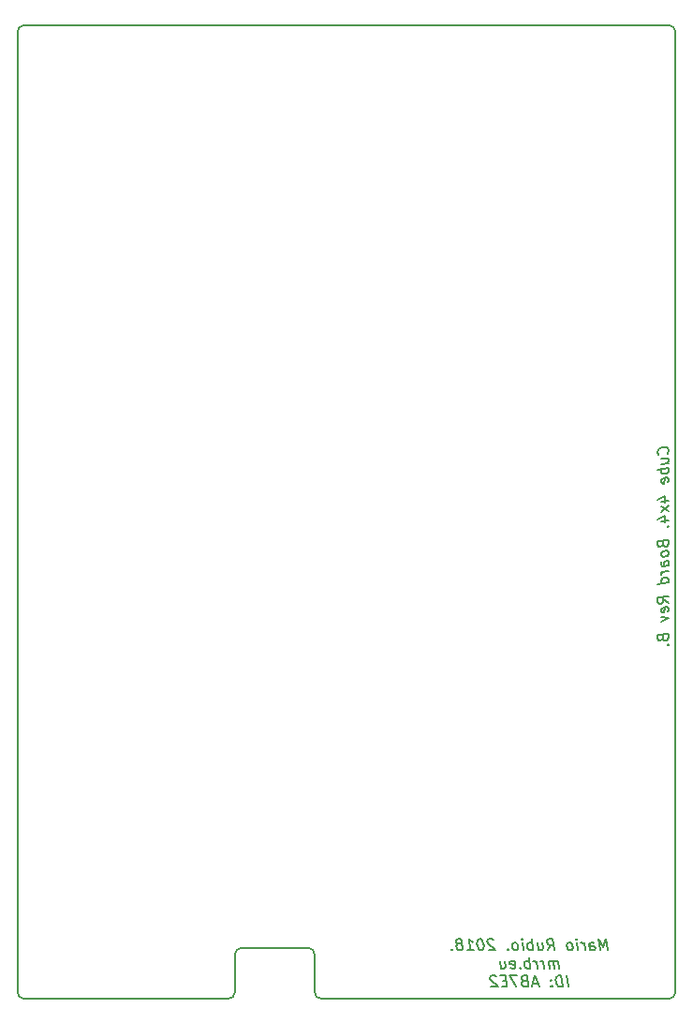
<source format=gbr>
%TF.GenerationSoftware,KiCad,Pcbnew,5.0.0*%
%TF.CreationDate,2018-08-31T22:22:52+02:00*%
%TF.ProjectId,cube,637562652E6B696361645F7063620000,B*%
%TF.SameCoordinates,Original*%
%TF.FileFunction,Legend,Bot*%
%TF.FilePolarity,Positive*%
%FSLAX46Y46*%
G04 Gerber Fmt 4.6, Leading zero omitted, Abs format (unit mm)*
G04 Created by KiCad (PCBNEW 5.0.0) date Fri Aug 31 22:22:52 2018*
%MOMM*%
%LPD*%
G01*
G04 APERTURE LIST*
%ADD10C,0.150000*%
G04 APERTURE END LIST*
D10*
X116181142Y-103060776D02*
X116228761Y-103007205D01*
X116276380Y-102858395D01*
X116276380Y-102763157D01*
X116228761Y-102626252D01*
X116133523Y-102542919D01*
X116038285Y-102507205D01*
X115847809Y-102483395D01*
X115704952Y-102501252D01*
X115514476Y-102572681D01*
X115419238Y-102632205D01*
X115324000Y-102739348D01*
X115276380Y-102888157D01*
X115276380Y-102983395D01*
X115324000Y-103120300D01*
X115371619Y-103161967D01*
X115609714Y-103989348D02*
X116276380Y-103906014D01*
X115609714Y-103560776D02*
X116133523Y-103495300D01*
X116228761Y-103531014D01*
X116276380Y-103620300D01*
X116276380Y-103763157D01*
X116228761Y-103864348D01*
X116181142Y-103917919D01*
X116276380Y-104382205D02*
X115276380Y-104507205D01*
X115657333Y-104459586D02*
X115609714Y-104560776D01*
X115609714Y-104751252D01*
X115657333Y-104840538D01*
X115704952Y-104882205D01*
X115800190Y-104917919D01*
X116085904Y-104882205D01*
X116181142Y-104822681D01*
X116228761Y-104769110D01*
X116276380Y-104667919D01*
X116276380Y-104477443D01*
X116228761Y-104388157D01*
X116228761Y-105673872D02*
X116276380Y-105572681D01*
X116276380Y-105382205D01*
X116228761Y-105292919D01*
X116133523Y-105257205D01*
X115752571Y-105304824D01*
X115657333Y-105364348D01*
X115609714Y-105465538D01*
X115609714Y-105656014D01*
X115657333Y-105745300D01*
X115752571Y-105781014D01*
X115847809Y-105769110D01*
X115943047Y-105281014D01*
X115609714Y-107417919D02*
X116276380Y-107334586D01*
X115228761Y-107227443D02*
X115943047Y-106900062D01*
X115943047Y-107519110D01*
X116276380Y-107763157D02*
X115609714Y-108370300D01*
X115609714Y-107846491D02*
X116276380Y-108286967D01*
X115609714Y-109179824D02*
X116276380Y-109096491D01*
X115228761Y-108989348D02*
X115943047Y-108661967D01*
X115943047Y-109281014D01*
X116181142Y-109632205D02*
X116228761Y-109673872D01*
X116276380Y-109620300D01*
X116228761Y-109578633D01*
X116181142Y-109632205D01*
X116276380Y-109620300D01*
X115752571Y-111257205D02*
X115800190Y-111394110D01*
X115847809Y-111435776D01*
X115943047Y-111471491D01*
X116085904Y-111453633D01*
X116181142Y-111394110D01*
X116228761Y-111340538D01*
X116276380Y-111239348D01*
X116276380Y-110858395D01*
X115276380Y-110983395D01*
X115276380Y-111316729D01*
X115324000Y-111406014D01*
X115371619Y-111447681D01*
X115466857Y-111483395D01*
X115562095Y-111471491D01*
X115657333Y-111411967D01*
X115704952Y-111358395D01*
X115752571Y-111257205D01*
X115752571Y-110923872D01*
X116276380Y-112001252D02*
X116228761Y-111911967D01*
X116181142Y-111870300D01*
X116085904Y-111834586D01*
X115800190Y-111870300D01*
X115704952Y-111929824D01*
X115657333Y-111983395D01*
X115609714Y-112084586D01*
X115609714Y-112227443D01*
X115657333Y-112316729D01*
X115704952Y-112358395D01*
X115800190Y-112394110D01*
X116085904Y-112358395D01*
X116181142Y-112298872D01*
X116228761Y-112245300D01*
X116276380Y-112144110D01*
X116276380Y-112001252D01*
X116276380Y-113191729D02*
X115752571Y-113257205D01*
X115657333Y-113221491D01*
X115609714Y-113132205D01*
X115609714Y-112941729D01*
X115657333Y-112840538D01*
X116228761Y-113197681D02*
X116276380Y-113096491D01*
X116276380Y-112858395D01*
X116228761Y-112769110D01*
X116133523Y-112733395D01*
X116038285Y-112745300D01*
X115943047Y-112804824D01*
X115895428Y-112906014D01*
X115895428Y-113144110D01*
X115847809Y-113245300D01*
X116276380Y-113667919D02*
X115609714Y-113751252D01*
X115800190Y-113727443D02*
X115704952Y-113786967D01*
X115657333Y-113840538D01*
X115609714Y-113941729D01*
X115609714Y-114036967D01*
X116276380Y-114715538D02*
X115276380Y-114840538D01*
X116228761Y-114721491D02*
X116276380Y-114620300D01*
X116276380Y-114429824D01*
X116228761Y-114340538D01*
X116181142Y-114298872D01*
X116085904Y-114263157D01*
X115800190Y-114298872D01*
X115704952Y-114358395D01*
X115657333Y-114411967D01*
X115609714Y-114513157D01*
X115609714Y-114703633D01*
X115657333Y-114792919D01*
X116276380Y-116525062D02*
X115800190Y-116251252D01*
X116276380Y-115953633D02*
X115276380Y-116078633D01*
X115276380Y-116459586D01*
X115324000Y-116548872D01*
X115371619Y-116590538D01*
X115466857Y-116626252D01*
X115609714Y-116608395D01*
X115704952Y-116548872D01*
X115752571Y-116495300D01*
X115800190Y-116394110D01*
X115800190Y-116013157D01*
X116228761Y-117340538D02*
X116276380Y-117239348D01*
X116276380Y-117048872D01*
X116228761Y-116959586D01*
X116133523Y-116923872D01*
X115752571Y-116971491D01*
X115657333Y-117031014D01*
X115609714Y-117132205D01*
X115609714Y-117322681D01*
X115657333Y-117411967D01*
X115752571Y-117447681D01*
X115847809Y-117435776D01*
X115943047Y-116947681D01*
X115609714Y-117798872D02*
X116276380Y-117953633D01*
X115609714Y-118275062D01*
X115752571Y-119733395D02*
X115800190Y-119870300D01*
X115847809Y-119911967D01*
X115943047Y-119947681D01*
X116085904Y-119929824D01*
X116181142Y-119870300D01*
X116228761Y-119816729D01*
X116276380Y-119715538D01*
X116276380Y-119334586D01*
X115276380Y-119459586D01*
X115276380Y-119792919D01*
X115324000Y-119882205D01*
X115371619Y-119923872D01*
X115466857Y-119959586D01*
X115562095Y-119947681D01*
X115657333Y-119888157D01*
X115704952Y-119834586D01*
X115752571Y-119733395D01*
X115752571Y-119400062D01*
X116181142Y-120346491D02*
X116228761Y-120388157D01*
X116276380Y-120334586D01*
X116228761Y-120292919D01*
X116181142Y-120346491D01*
X116276380Y-120334586D01*
X110755794Y-147900380D02*
X110630794Y-146900380D01*
X110386747Y-147614666D01*
X109964127Y-146900380D01*
X110089127Y-147900380D01*
X109184366Y-147900380D02*
X109118889Y-147376571D01*
X109154604Y-147281333D01*
X109243889Y-147233714D01*
X109434366Y-147233714D01*
X109535556Y-147281333D01*
X109178413Y-147852761D02*
X109279604Y-147900380D01*
X109517699Y-147900380D01*
X109606985Y-147852761D01*
X109642699Y-147757523D01*
X109630794Y-147662285D01*
X109571270Y-147567047D01*
X109470080Y-147519428D01*
X109231985Y-147519428D01*
X109130794Y-147471809D01*
X108708175Y-147900380D02*
X108624842Y-147233714D01*
X108648651Y-147424190D02*
X108589127Y-147328952D01*
X108535556Y-147281333D01*
X108434366Y-147233714D01*
X108339127Y-147233714D01*
X108089127Y-147900380D02*
X108005794Y-147233714D01*
X107964127Y-146900380D02*
X108017699Y-146948000D01*
X107976032Y-146995619D01*
X107922461Y-146948000D01*
X107964127Y-146900380D01*
X107976032Y-146995619D01*
X107470080Y-147900380D02*
X107559366Y-147852761D01*
X107601032Y-147805142D01*
X107636747Y-147709904D01*
X107601032Y-147424190D01*
X107541508Y-147328952D01*
X107487937Y-147281333D01*
X107386747Y-147233714D01*
X107243889Y-147233714D01*
X107154604Y-147281333D01*
X107112937Y-147328952D01*
X107077223Y-147424190D01*
X107112937Y-147709904D01*
X107172461Y-147805142D01*
X107226032Y-147852761D01*
X107327223Y-147900380D01*
X107470080Y-147900380D01*
X105374842Y-147900380D02*
X105648651Y-147424190D01*
X105946270Y-147900380D02*
X105821270Y-146900380D01*
X105440318Y-146900380D01*
X105351032Y-146948000D01*
X105309366Y-146995619D01*
X105273651Y-147090857D01*
X105291508Y-147233714D01*
X105351032Y-147328952D01*
X105404604Y-147376571D01*
X105505794Y-147424190D01*
X105886747Y-147424190D01*
X104434366Y-147233714D02*
X104517699Y-147900380D01*
X104862937Y-147233714D02*
X104928413Y-147757523D01*
X104892699Y-147852761D01*
X104803413Y-147900380D01*
X104660556Y-147900380D01*
X104559366Y-147852761D01*
X104505794Y-147805142D01*
X104041508Y-147900380D02*
X103916508Y-146900380D01*
X103964127Y-147281333D02*
X103862937Y-147233714D01*
X103672461Y-147233714D01*
X103583175Y-147281333D01*
X103541508Y-147328952D01*
X103505794Y-147424190D01*
X103541508Y-147709904D01*
X103601032Y-147805142D01*
X103654604Y-147852761D01*
X103755794Y-147900380D01*
X103946270Y-147900380D01*
X104035556Y-147852761D01*
X103136747Y-147900380D02*
X103053413Y-147233714D01*
X103011747Y-146900380D02*
X103065318Y-146948000D01*
X103023651Y-146995619D01*
X102970080Y-146948000D01*
X103011747Y-146900380D01*
X103023651Y-146995619D01*
X102517699Y-147900380D02*
X102606985Y-147852761D01*
X102648651Y-147805142D01*
X102684366Y-147709904D01*
X102648651Y-147424190D01*
X102589127Y-147328952D01*
X102535556Y-147281333D01*
X102434366Y-147233714D01*
X102291508Y-147233714D01*
X102202223Y-147281333D01*
X102160556Y-147328952D01*
X102124842Y-147424190D01*
X102160556Y-147709904D01*
X102220080Y-147805142D01*
X102273651Y-147852761D01*
X102374842Y-147900380D01*
X102517699Y-147900380D01*
X101743889Y-147805142D02*
X101702223Y-147852761D01*
X101755794Y-147900380D01*
X101797461Y-147852761D01*
X101743889Y-147805142D01*
X101755794Y-147900380D01*
X100452223Y-146995619D02*
X100398651Y-146948000D01*
X100297461Y-146900380D01*
X100059366Y-146900380D01*
X99970080Y-146948000D01*
X99928413Y-146995619D01*
X99892699Y-147090857D01*
X99904604Y-147186095D01*
X99970080Y-147328952D01*
X100612937Y-147900380D01*
X99993889Y-147900380D01*
X99249842Y-146900380D02*
X99154604Y-146900380D01*
X99065318Y-146948000D01*
X99023651Y-146995619D01*
X98987937Y-147090857D01*
X98964127Y-147281333D01*
X98993889Y-147519428D01*
X99065318Y-147709904D01*
X99124842Y-147805142D01*
X99178413Y-147852761D01*
X99279604Y-147900380D01*
X99374842Y-147900380D01*
X99464127Y-147852761D01*
X99505794Y-147805142D01*
X99541508Y-147709904D01*
X99565318Y-147519428D01*
X99535556Y-147281333D01*
X99464127Y-147090857D01*
X99404604Y-146995619D01*
X99351032Y-146948000D01*
X99249842Y-146900380D01*
X98089127Y-147900380D02*
X98660556Y-147900380D01*
X98374842Y-147900380D02*
X98249842Y-146900380D01*
X98362937Y-147043238D01*
X98470080Y-147138476D01*
X98571270Y-147186095D01*
X97446270Y-147328952D02*
X97535556Y-147281333D01*
X97577223Y-147233714D01*
X97612937Y-147138476D01*
X97606985Y-147090857D01*
X97547461Y-146995619D01*
X97493889Y-146948000D01*
X97392699Y-146900380D01*
X97202223Y-146900380D01*
X97112937Y-146948000D01*
X97071270Y-146995619D01*
X97035556Y-147090857D01*
X97041508Y-147138476D01*
X97101032Y-147233714D01*
X97154604Y-147281333D01*
X97255794Y-147328952D01*
X97446270Y-147328952D01*
X97547461Y-147376571D01*
X97601032Y-147424190D01*
X97660556Y-147519428D01*
X97684366Y-147709904D01*
X97648651Y-147805142D01*
X97606985Y-147852761D01*
X97517699Y-147900380D01*
X97327223Y-147900380D01*
X97226032Y-147852761D01*
X97172461Y-147805142D01*
X97112937Y-147709904D01*
X97089127Y-147519428D01*
X97124842Y-147424190D01*
X97166508Y-147376571D01*
X97255794Y-147328952D01*
X96696270Y-147805142D02*
X96654604Y-147852761D01*
X96708175Y-147900380D01*
X96749842Y-147852761D01*
X96696270Y-147805142D01*
X96708175Y-147900380D01*
X106351032Y-149550380D02*
X106267699Y-148883714D01*
X106279604Y-148978952D02*
X106226032Y-148931333D01*
X106124842Y-148883714D01*
X105981985Y-148883714D01*
X105892699Y-148931333D01*
X105856985Y-149026571D01*
X105922461Y-149550380D01*
X105856985Y-149026571D02*
X105797461Y-148931333D01*
X105696270Y-148883714D01*
X105553413Y-148883714D01*
X105464127Y-148931333D01*
X105428413Y-149026571D01*
X105493889Y-149550380D01*
X105017699Y-149550380D02*
X104934366Y-148883714D01*
X104958175Y-149074190D02*
X104898651Y-148978952D01*
X104845080Y-148931333D01*
X104743889Y-148883714D01*
X104648651Y-148883714D01*
X104398651Y-149550380D02*
X104315318Y-148883714D01*
X104339127Y-149074190D02*
X104279604Y-148978952D01*
X104226032Y-148931333D01*
X104124842Y-148883714D01*
X104029604Y-148883714D01*
X103779604Y-149550380D02*
X103654604Y-148550380D01*
X103702223Y-148931333D02*
X103601032Y-148883714D01*
X103410556Y-148883714D01*
X103321270Y-148931333D01*
X103279604Y-148978952D01*
X103243889Y-149074190D01*
X103279604Y-149359904D01*
X103339127Y-149455142D01*
X103392699Y-149502761D01*
X103493889Y-149550380D01*
X103684366Y-149550380D01*
X103773651Y-149502761D01*
X102862937Y-149455142D02*
X102821270Y-149502761D01*
X102874842Y-149550380D01*
X102916508Y-149502761D01*
X102862937Y-149455142D01*
X102874842Y-149550380D01*
X102011747Y-149502761D02*
X102112937Y-149550380D01*
X102303413Y-149550380D01*
X102392699Y-149502761D01*
X102428413Y-149407523D01*
X102380794Y-149026571D01*
X102321270Y-148931333D01*
X102220080Y-148883714D01*
X102029604Y-148883714D01*
X101940318Y-148931333D01*
X101904604Y-149026571D01*
X101916508Y-149121809D01*
X102404604Y-149217047D01*
X101029604Y-148883714D02*
X101112937Y-149550380D01*
X101458175Y-148883714D02*
X101523651Y-149407523D01*
X101487937Y-149502761D01*
X101398651Y-149550380D01*
X101255794Y-149550380D01*
X101154604Y-149502761D01*
X101101032Y-149455142D01*
X107184366Y-151200380D02*
X107059366Y-150200380D01*
X106708175Y-151200380D02*
X106583175Y-150200380D01*
X106345080Y-150200380D01*
X106208175Y-150248000D01*
X106124842Y-150343238D01*
X106089127Y-150438476D01*
X106065318Y-150628952D01*
X106083175Y-150771809D01*
X106154604Y-150962285D01*
X106214127Y-151057523D01*
X106321270Y-151152761D01*
X106470080Y-151200380D01*
X106708175Y-151200380D01*
X105696270Y-151105142D02*
X105654604Y-151152761D01*
X105708175Y-151200380D01*
X105749842Y-151152761D01*
X105696270Y-151105142D01*
X105708175Y-151200380D01*
X105630794Y-150581333D02*
X105589127Y-150628952D01*
X105642699Y-150676571D01*
X105684366Y-150628952D01*
X105630794Y-150581333D01*
X105642699Y-150676571D01*
X104481985Y-150914666D02*
X104005794Y-150914666D01*
X104612937Y-151200380D02*
X104154604Y-150200380D01*
X103946270Y-151200380D01*
X103214127Y-150676571D02*
X103077223Y-150724190D01*
X103035556Y-150771809D01*
X102999842Y-150867047D01*
X103017699Y-151009904D01*
X103077223Y-151105142D01*
X103130794Y-151152761D01*
X103231985Y-151200380D01*
X103612937Y-151200380D01*
X103487937Y-150200380D01*
X103154604Y-150200380D01*
X103065318Y-150248000D01*
X103023651Y-150295619D01*
X102987937Y-150390857D01*
X102999842Y-150486095D01*
X103059366Y-150581333D01*
X103112937Y-150628952D01*
X103214127Y-150676571D01*
X103547461Y-150676571D01*
X102583175Y-150200380D02*
X101916508Y-150200380D01*
X102470080Y-151200380D01*
X101595080Y-150676571D02*
X101261747Y-150676571D01*
X101184366Y-151200380D02*
X101660556Y-151200380D01*
X101535556Y-150200380D01*
X101059366Y-150200380D01*
X100690318Y-150295619D02*
X100636747Y-150248000D01*
X100535556Y-150200380D01*
X100297461Y-150200380D01*
X100208175Y-150248000D01*
X100166508Y-150295619D01*
X100130794Y-150390857D01*
X100142699Y-150486095D01*
X100208175Y-150628952D01*
X100851032Y-151200380D01*
X100231985Y-151200380D01*
X116300000Y-64400000D02*
G75*
G02X116900000Y-65000000I0J-600000D01*
G01*
X116900000Y-151700000D02*
X116900000Y-65000000D01*
X116900000Y-151700000D02*
G75*
G02X116300000Y-152300000I-600000J0D01*
G01*
X58000000Y-64400000D02*
X116300000Y-64400000D01*
X57400000Y-65000000D02*
G75*
G02X58000000Y-64400000I600000J0D01*
G01*
X58000000Y-152300000D02*
G75*
G02X57400000Y-151700000I0J600000D01*
G01*
X76450000Y-152300000D02*
X58000000Y-152300000D01*
X84900000Y-152300000D02*
X116300000Y-152300000D01*
X57400000Y-151700000D02*
X57400000Y-65000000D01*
X84275000Y-148300000D02*
X84275000Y-151700000D01*
X84875000Y-152300000D02*
G75*
G02X84275000Y-151700000I0J600000D01*
G01*
X83675000Y-147700000D02*
G75*
G02X84275000Y-148300000I0J-600000D01*
G01*
X77675000Y-147700000D02*
X83675000Y-147700000D01*
X77075000Y-148300000D02*
G75*
G02X77675000Y-147700000I600000J0D01*
G01*
X77075000Y-151700000D02*
G75*
G02X76475000Y-152300000I-600000J0D01*
G01*
X77075000Y-148300000D02*
X77075000Y-151700000D01*
M02*

</source>
